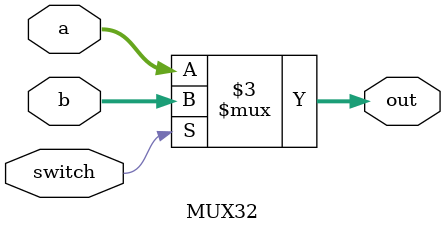
<source format=v>
module MUX32(a, b, switch, out);
    input wire [31:0] a, b;
    input wire switch;
    output reg [31:0] out;
    
    always @ (*)
    begin
        if (switch)
            out <= b;
        else
            out <= a;
    end
endmodule
</source>
